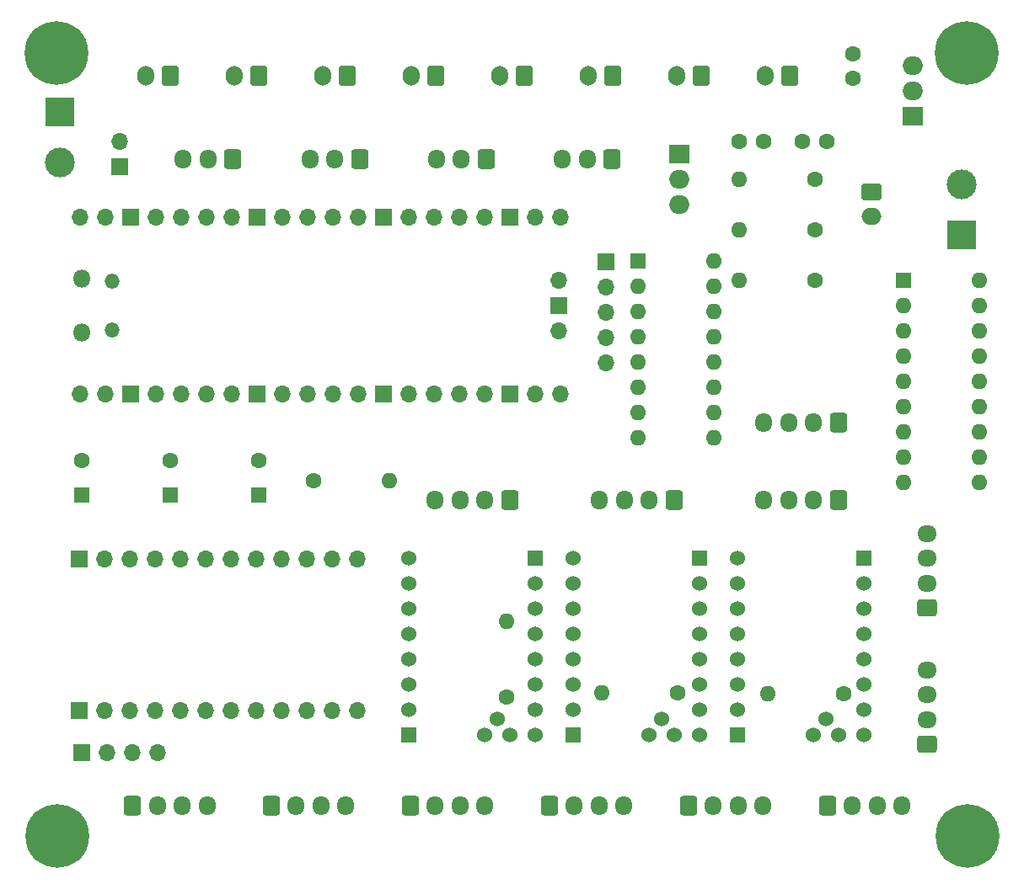
<source format=gbr>
%TF.GenerationSoftware,KiCad,Pcbnew,(6.0.4-0)*%
%TF.CreationDate,2022-08-23T13:15:34-05:00*%
%TF.ProjectId,owl-brd,6f776c2d-6272-4642-9e6b-696361645f70,v1.0*%
%TF.SameCoordinates,Original*%
%TF.FileFunction,Soldermask,Bot*%
%TF.FilePolarity,Negative*%
%FSLAX46Y46*%
G04 Gerber Fmt 4.6, Leading zero omitted, Abs format (unit mm)*
G04 Created by KiCad (PCBNEW (6.0.4-0)) date 2022-08-23 13:15:34*
%MOMM*%
%LPD*%
G01*
G04 APERTURE LIST*
G04 Aperture macros list*
%AMRoundRect*
0 Rectangle with rounded corners*
0 $1 Rounding radius*
0 $2 $3 $4 $5 $6 $7 $8 $9 X,Y pos of 4 corners*
0 Add a 4 corners polygon primitive as box body*
4,1,4,$2,$3,$4,$5,$6,$7,$8,$9,$2,$3,0*
0 Add four circle primitives for the rounded corners*
1,1,$1+$1,$2,$3*
1,1,$1+$1,$4,$5*
1,1,$1+$1,$6,$7*
1,1,$1+$1,$8,$9*
0 Add four rect primitives between the rounded corners*
20,1,$1+$1,$2,$3,$4,$5,0*
20,1,$1+$1,$4,$5,$6,$7,0*
20,1,$1+$1,$6,$7,$8,$9,0*
20,1,$1+$1,$8,$9,$2,$3,0*%
G04 Aperture macros list end*
%ADD10RoundRect,0.250000X-0.750000X0.600000X-0.750000X-0.600000X0.750000X-0.600000X0.750000X0.600000X0*%
%ADD11O,2.000000X1.700000*%
%ADD12R,1.700000X1.700000*%
%ADD13O,1.700000X1.700000*%
%ADD14RoundRect,0.250000X-0.600000X-0.725000X0.600000X-0.725000X0.600000X0.725000X-0.600000X0.725000X0*%
%ADD15O,1.700000X1.950000*%
%ADD16R,2.000000X1.905000*%
%ADD17O,2.000000X1.905000*%
%ADD18RoundRect,0.250000X0.600000X0.725000X-0.600000X0.725000X-0.600000X-0.725000X0.600000X-0.725000X0*%
%ADD19RoundRect,0.250000X0.600000X0.750000X-0.600000X0.750000X-0.600000X-0.750000X0.600000X-0.750000X0*%
%ADD20O,1.700000X2.000000*%
%ADD21C,1.600000*%
%ADD22O,1.600000X1.600000*%
%ADD23R,1.600000X1.600000*%
%ADD24R,1.524000X1.524000*%
%ADD25C,1.524000*%
%ADD26C,0.800000*%
%ADD27C,6.400000*%
%ADD28RoundRect,0.250000X0.725000X-0.600000X0.725000X0.600000X-0.725000X0.600000X-0.725000X-0.600000X0*%
%ADD29O,1.950000X1.700000*%
%ADD30R,3.000000X3.000000*%
%ADD31C,3.000000*%
%ADD32O,1.500000X1.500000*%
%ADD33O,1.800000X1.800000*%
G04 APERTURE END LIST*
D10*
%TO.C,J28*%
X98383840Y-31713623D03*
D11*
X98383840Y-34213623D03*
%TD*%
D12*
%TO.C,J29*%
X22860000Y-29210000D03*
D13*
X22860000Y-26670000D03*
%TD*%
D14*
%TO.C,J10*%
X80010000Y-93455000D03*
D15*
X82510000Y-93455000D03*
X85010000Y-93455000D03*
X87510000Y-93455000D03*
%TD*%
D16*
%TO.C,Q9*%
X102545000Y-24130000D03*
D17*
X102545000Y-21590000D03*
X102545000Y-19050000D03*
%TD*%
D18*
%TO.C,J4*%
X62062363Y-62755000D03*
D15*
X59562363Y-62755000D03*
X57062363Y-62755000D03*
X54562363Y-62755000D03*
%TD*%
D18*
%TO.C,J26*%
X72350000Y-28465000D03*
D15*
X69850000Y-28465000D03*
X67350000Y-28465000D03*
%TD*%
D19*
%TO.C,J17*%
X72430000Y-20100000D03*
D20*
X69930000Y-20100000D03*
%TD*%
D21*
%TO.C,R7*%
X92710000Y-30480000D03*
D22*
X85090000Y-30480000D03*
%TD*%
D21*
%TO.C,C1*%
X96520000Y-20320000D03*
X96520000Y-17820000D03*
%TD*%
D14*
%TO.C,J6*%
X38100000Y-93455000D03*
D15*
X40600000Y-93455000D03*
X43100000Y-93455000D03*
X45600000Y-93455000D03*
%TD*%
D23*
%TO.C,C3*%
X36830000Y-62230000D03*
D21*
X36830000Y-58730000D03*
%TD*%
D24*
%TO.C,U4*%
X64662363Y-68580000D03*
D25*
X64662363Y-71120000D03*
X64662363Y-73660000D03*
X64662363Y-76200000D03*
X64662363Y-78740000D03*
X64662363Y-81280000D03*
X64662363Y-83820000D03*
X64662363Y-86360000D03*
D24*
X51962363Y-86360000D03*
D25*
X51962363Y-83820000D03*
X51962363Y-81280000D03*
X51962363Y-78740000D03*
X51962363Y-76200000D03*
X51962363Y-73660000D03*
X51962363Y-71120000D03*
X51962363Y-68580000D03*
X60852363Y-84709000D03*
X59582363Y-86360000D03*
X62122363Y-86360000D03*
%TD*%
D12*
%TO.C,J30*%
X71757152Y-38776266D03*
D13*
X71757152Y-41316266D03*
X71757152Y-43856266D03*
X71757152Y-46396266D03*
X71757152Y-48936266D03*
%TD*%
D21*
%TO.C,R1*%
X42338995Y-60784772D03*
D22*
X49958995Y-60784772D03*
%TD*%
D26*
%TO.C,REF\u002A\u002A*%
X14812944Y-16082944D03*
X18207056Y-19477056D03*
X16510000Y-20180000D03*
X14812944Y-19477056D03*
D27*
X16510000Y-17780000D03*
D26*
X14110000Y-17780000D03*
X16510000Y-15380000D03*
X18910000Y-17780000D03*
X18207056Y-16082944D03*
%TD*%
D21*
%TO.C,R5*%
X92710000Y-40640000D03*
D22*
X85090000Y-40640000D03*
%TD*%
D18*
%TO.C,J2*%
X95082363Y-62755000D03*
D15*
X92582363Y-62755000D03*
X90082363Y-62755000D03*
X87582363Y-62755000D03*
%TD*%
D18*
%TO.C,J25*%
X34250000Y-28465000D03*
D15*
X31750000Y-28465000D03*
X29250000Y-28465000D03*
%TD*%
D16*
%TO.C,U2*%
X79065000Y-27940000D03*
D17*
X79065000Y-30480000D03*
X79065000Y-33020000D03*
%TD*%
D14*
%TO.C,J5*%
X24190000Y-93455000D03*
D15*
X26690000Y-93455000D03*
X29190000Y-93455000D03*
X31690000Y-93455000D03*
%TD*%
D23*
%TO.C,C5*%
X19050000Y-62230000D03*
D21*
X19050000Y-58730000D03*
%TD*%
D18*
%TO.C,J1*%
X95082363Y-54955000D03*
D15*
X92582363Y-54955000D03*
X90082363Y-54955000D03*
X87582363Y-54955000D03*
%TD*%
D28*
%TO.C,J7*%
X104032363Y-73600000D03*
D29*
X104032363Y-71100000D03*
X104032363Y-68600000D03*
X104032363Y-66100000D03*
%TD*%
D23*
%TO.C,C4*%
X27940000Y-62230000D03*
D21*
X27940000Y-58730000D03*
%TD*%
D19*
%TO.C,J16*%
X81320000Y-20100000D03*
D20*
X78820000Y-20100000D03*
%TD*%
D21*
%TO.C,C2*%
X85090000Y-26670000D03*
X87590000Y-26670000D03*
%TD*%
D19*
%TO.C,J20*%
X45760000Y-20100000D03*
D20*
X43260000Y-20100000D03*
%TD*%
D14*
%TO.C,J11*%
X66040000Y-93455000D03*
D15*
X68540000Y-93455000D03*
X71040000Y-93455000D03*
X73540000Y-93455000D03*
%TD*%
D19*
%TO.C,J15*%
X90210000Y-20100000D03*
D20*
X87710000Y-20100000D03*
%TD*%
D21*
%TO.C,R2*%
X95586802Y-82167602D03*
D22*
X87966802Y-82167602D03*
%TD*%
D14*
%TO.C,J9*%
X93980000Y-93455000D03*
D15*
X96480000Y-93455000D03*
X98980000Y-93455000D03*
X101480000Y-93455000D03*
%TD*%
D21*
%TO.C,R4*%
X61777090Y-82550000D03*
D22*
X61777090Y-74930000D03*
%TD*%
D23*
%TO.C,U8*%
X101610000Y-40650000D03*
D22*
X101610000Y-43190000D03*
X101610000Y-45730000D03*
X101610000Y-48270000D03*
X101610000Y-50810000D03*
X101610000Y-53350000D03*
X101610000Y-55890000D03*
X101610000Y-58430000D03*
X101610000Y-60970000D03*
X109230000Y-60970000D03*
X109230000Y-58430000D03*
X109230000Y-55890000D03*
X109230000Y-53350000D03*
X109230000Y-50810000D03*
X109230000Y-48270000D03*
X109230000Y-45730000D03*
X109230000Y-43190000D03*
X109230000Y-40650000D03*
%TD*%
D27*
%TO.C,*%
X108090000Y-96520000D03*
%TD*%
D19*
%TO.C,J18*%
X63540000Y-20100000D03*
D20*
X61040000Y-20100000D03*
%TD*%
D19*
%TO.C,J19*%
X54650000Y-20100000D03*
D20*
X52150000Y-20100000D03*
%TD*%
D18*
%TO.C,J24*%
X59690000Y-28465000D03*
D15*
X57190000Y-28465000D03*
X54690000Y-28465000D03*
%TD*%
D30*
%TO.C,J27*%
X107465108Y-36071144D03*
D31*
X107465108Y-30991144D03*
%TD*%
D28*
%TO.C,J8*%
X104027939Y-87319486D03*
D29*
X104027939Y-84819486D03*
X104027939Y-82319486D03*
X104027939Y-79819486D03*
%TD*%
D23*
%TO.C,U7*%
X74940000Y-38647160D03*
D22*
X74940000Y-41187160D03*
X74940000Y-43727160D03*
X74940000Y-46267160D03*
X74940000Y-48807160D03*
X74940000Y-51347160D03*
X74940000Y-53887160D03*
X74940000Y-56427160D03*
X82560000Y-56427160D03*
X82560000Y-53887160D03*
X82560000Y-51347160D03*
X82560000Y-48807160D03*
X82560000Y-46267160D03*
X82560000Y-43727160D03*
X82560000Y-41187160D03*
X82560000Y-38647160D03*
%TD*%
D13*
%TO.C,U6*%
X31537363Y-83925000D03*
X34077363Y-83925000D03*
X28997363Y-83925000D03*
X39157363Y-83925000D03*
X41697363Y-83925000D03*
X44237363Y-83925000D03*
X46777363Y-83925000D03*
X46777363Y-68685000D03*
X44237363Y-68685000D03*
X41697363Y-68685000D03*
X39157363Y-68685000D03*
X21377363Y-83925000D03*
X36617363Y-68685000D03*
X34077363Y-68685000D03*
X31537363Y-68685000D03*
X28997363Y-68685000D03*
X26457363Y-68685000D03*
X23917363Y-68685000D03*
X21377363Y-68685000D03*
D12*
X18837363Y-68685000D03*
D13*
X36617363Y-83925000D03*
X26457363Y-83925000D03*
X23917363Y-83925000D03*
D12*
X18837363Y-83925000D03*
%TD*%
D32*
%TO.C,U1*%
X22102363Y-40755000D03*
X22102363Y-45605000D03*
D33*
X19072363Y-40455000D03*
X19072363Y-45905000D03*
D13*
X18942363Y-52070000D03*
X21482363Y-52070000D03*
D12*
X24022363Y-52070000D03*
D13*
X26562363Y-52070000D03*
X29102363Y-52070000D03*
X31642363Y-52070000D03*
X34182363Y-52070000D03*
D12*
X36722363Y-52070000D03*
D13*
X39262363Y-52070000D03*
X41802363Y-52070000D03*
X44342363Y-52070000D03*
X46882363Y-52070000D03*
D12*
X49422363Y-52070000D03*
D13*
X51962363Y-52070000D03*
X54502363Y-52070000D03*
X57042363Y-52070000D03*
X59582363Y-52070000D03*
D12*
X62122363Y-52070000D03*
D13*
X64662363Y-52070000D03*
X67202363Y-52070000D03*
X67202363Y-34290000D03*
X64662363Y-34290000D03*
D12*
X62122363Y-34290000D03*
D13*
X59582363Y-34290000D03*
X57042363Y-34290000D03*
X54502363Y-34290000D03*
X51962363Y-34290000D03*
D12*
X49422363Y-34290000D03*
D13*
X46882363Y-34290000D03*
X44342363Y-34290000D03*
X41802363Y-34290000D03*
X39262363Y-34290000D03*
D12*
X36722363Y-34290000D03*
D13*
X34182363Y-34290000D03*
X31642363Y-34290000D03*
X29102363Y-34290000D03*
X26562363Y-34290000D03*
D12*
X24022363Y-34290000D03*
D13*
X21482363Y-34290000D03*
X18942363Y-34290000D03*
X66972363Y-45720000D03*
D12*
X66972363Y-43180000D03*
D13*
X66972363Y-40640000D03*
%TD*%
D19*
%TO.C,J22*%
X27980000Y-20100000D03*
D20*
X25480000Y-20100000D03*
%TD*%
D12*
%TO.C,J14*%
X19060000Y-88140270D03*
D13*
X21600000Y-88140270D03*
X24140000Y-88140270D03*
X26680000Y-88140270D03*
%TD*%
D27*
%TO.C,*%
X16650000Y-96520000D03*
%TD*%
D21*
%TO.C,R6*%
X92710000Y-35560000D03*
D22*
X85090000Y-35560000D03*
%TD*%
D21*
%TO.C,R3*%
X78920883Y-82127586D03*
D22*
X71300883Y-82127586D03*
%TD*%
D26*
%TO.C,REF\u002A\u002A*%
X106392944Y-98217056D03*
X110490000Y-96520000D03*
X108090000Y-98920000D03*
X108090000Y-94120000D03*
X109787056Y-98217056D03*
D27*
X108090000Y-96520000D03*
D26*
X109787056Y-94822944D03*
X106392944Y-94822944D03*
X105690000Y-96520000D03*
%TD*%
D18*
%TO.C,J23*%
X46990000Y-28465000D03*
D15*
X44490000Y-28465000D03*
X41990000Y-28465000D03*
%TD*%
D30*
%TO.C,J13*%
X16839127Y-23707856D03*
D31*
X16839127Y-28787856D03*
%TD*%
D14*
%TO.C,J12*%
X52070000Y-93455000D03*
D15*
X54570000Y-93455000D03*
X57070000Y-93455000D03*
X59570000Y-93455000D03*
%TD*%
D18*
%TO.C,J3*%
X78572363Y-62755000D03*
D15*
X76072363Y-62755000D03*
X73572363Y-62755000D03*
X71072363Y-62755000D03*
%TD*%
D21*
%TO.C,C6*%
X91440000Y-26670000D03*
X93940000Y-26670000D03*
%TD*%
D26*
%TO.C,REF\u002A\u002A*%
X14250000Y-96520000D03*
X18347056Y-94822944D03*
X16650000Y-98920000D03*
D27*
X16650000Y-96520000D03*
D26*
X16650000Y-94120000D03*
X19050000Y-96520000D03*
X14952944Y-98217056D03*
X18347056Y-98217056D03*
X14952944Y-94822944D03*
%TD*%
D24*
%TO.C,U3*%
X97682363Y-68580000D03*
D25*
X97682363Y-71120000D03*
X97682363Y-73660000D03*
X97682363Y-76200000D03*
X97682363Y-78740000D03*
X97682363Y-81280000D03*
X97682363Y-83820000D03*
X97682363Y-86360000D03*
D24*
X84982363Y-86360000D03*
D25*
X84982363Y-83820000D03*
X84982363Y-81280000D03*
X84982363Y-78740000D03*
X84982363Y-76200000D03*
X84982363Y-73660000D03*
X84982363Y-71120000D03*
X84982363Y-68580000D03*
X93872363Y-84709000D03*
X92602363Y-86360000D03*
X95142363Y-86360000D03*
%TD*%
D19*
%TO.C,J21*%
X36870000Y-20100000D03*
D20*
X34370000Y-20100000D03*
%TD*%
D26*
%TO.C,REF\u002A\u002A*%
X107950000Y-15380000D03*
X106252944Y-16082944D03*
X107950000Y-20180000D03*
X110350000Y-17780000D03*
X109647056Y-19477056D03*
X105550000Y-17780000D03*
X109647056Y-16082944D03*
X106252944Y-19477056D03*
D27*
X107950000Y-17780000D03*
%TD*%
D24*
%TO.C,U5*%
X81172363Y-68580000D03*
D25*
X81172363Y-71120000D03*
X81172363Y-73660000D03*
X81172363Y-76200000D03*
X81172363Y-78740000D03*
X81172363Y-81280000D03*
X81172363Y-83820000D03*
X81172363Y-86360000D03*
D24*
X68472363Y-86360000D03*
D25*
X68472363Y-83820000D03*
X68472363Y-81280000D03*
X68472363Y-78740000D03*
X68472363Y-76200000D03*
X68472363Y-73660000D03*
X68472363Y-71120000D03*
X68472363Y-68580000D03*
X77362363Y-84709000D03*
X76092363Y-86360000D03*
X78632363Y-86360000D03*
%TD*%
M02*

</source>
